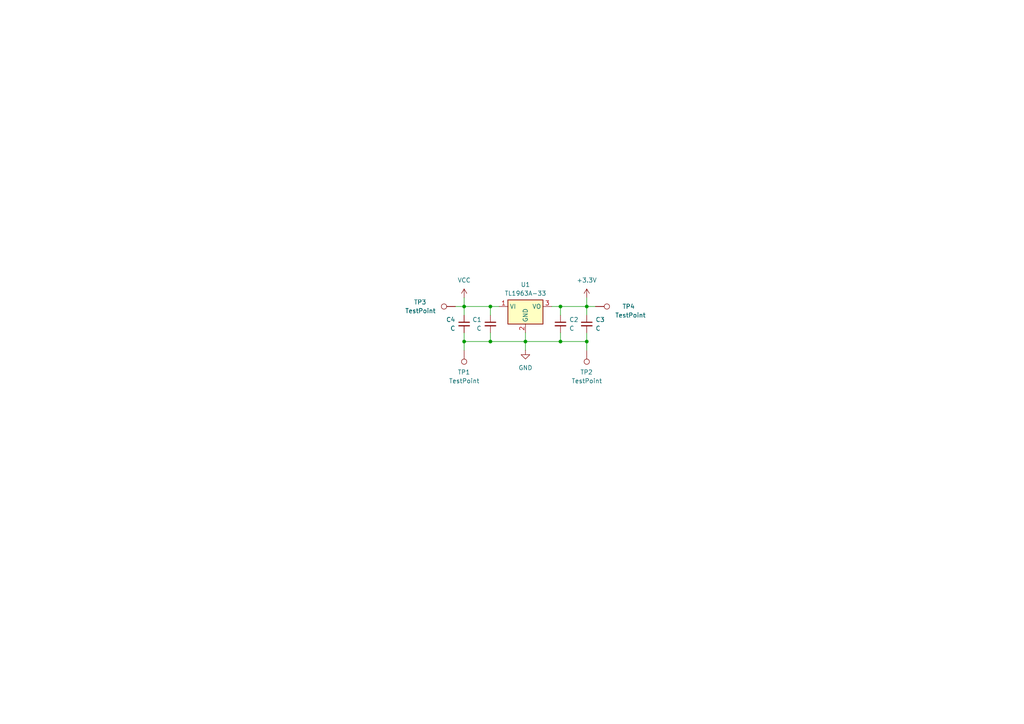
<source format=kicad_sch>
(kicad_sch (version 20231120) (generator "eeschema") (generator_version "8.0")
  (paper "A4")
  (lib_symbols
    (symbol "Connector:TestPoint" (pin_numbers hide) (pin_names (offset 0.762) hide)
      (property "Reference" "TP" (at 0 6.858 0))
      (property "Value" "TestPoint" (at 0 5.08 0))
      (symbol "TestPoint_0_1"
        (circle (center 0 3.302) (radius 0.762))
      )
      (symbol "TestPoint_1_1"
        (pin passive line (at 0 0 90) (length 2.54) (name "1") (number "1"))
      )
    )
    (symbol "Device:C_Small" (pin_numbers hide) (pin_names (offset 0.254) hide)
      (property "Reference" "C" (at 0.254 1.778 0))
      (property "Value" "C_Small" (at 0.254 -2.032 0))
      (symbol "C_Small_0_1"
        (polyline (pts (xy -1.524 -0.508) (xy 1.524 -0.508)) (stroke (width 0.3302)))
        (polyline (pts (xy -1.524 0.508) (xy 1.524 0.508)) (stroke (width 0.3048)))
      )
      (symbol "C_Small_1_1"
        (pin passive line (at 0 2.54 270) (length 2.032) (name "~") (number "1"))
        (pin passive line (at 0 -2.54 90) (length 2.032) (name "~") (number "2"))
      )
    )
    (symbol "Regulator_Linear:LD1117S33TR_SOT223"
      (property "Reference" "U1" (at 0 6.35 0))
      (property "Value" "TL1963A-33" (at 0 3.81 0))
      (symbol "LD1117S33TR_SOT223_0_1"
        (rectangle (start -5.08 1.905) (end 5.08 -5.08) (stroke (width 0.254)) (fill (type background)))
      )
      (symbol "LD1117S33TR_SOT223_1_1"
        (pin power_in line (at -7.62 0 0) (length 2.54) (name "VI") (number "1"))
        (pin power_in line (at 0 -7.62 90) (length 2.54) (name "GND") (number "2"))
        (pin power_out line (at 7.62 0 180) (length 2.54) (name "VO") (number "3"))
      )
    )
    (symbol "power:+3.3V" (power) (pin_numbers hide) (pin_names (offset 0) hide)
      (property "Value" "+3.3V" (at 0 3.556 0))
      (symbol "+3.3V_0_1"
        (polyline (pts (xy -0.762 1.27) (xy 0 2.54)))
        (polyline (pts (xy 0 0) (xy 0 2.54)))
        (polyline (pts (xy 0 2.54) (xy 0.762 1.27)))
      )
      (symbol "+3.3V_1_1"
        (pin power_in line (at 0 0 90) (length 0) (name "~") (number "1"))
      )
    )
    (symbol "power:GND" (power) (pin_numbers hide) (pin_names (offset 0) hide)
      (property "Value" "GND" (at 0 -3.81 0))
      (symbol "GND_0_1"
        (polyline (pts (xy 0 0) (xy 0 -1.27) (xy 1.27 -1.27) (xy 0 -2.54) (xy -1.27 -1.27) (xy 0 -1.27)))
      )
      (symbol "GND_1_1"
        (pin power_in line (at 0 0 270) (length 0) (name "~") (number "1"))
      )
    )
    (symbol "power:VCC" (power) (pin_numbers hide) (pin_names (offset 0) hide)
      (property "Value" "VCC" (at 0 3.556 0))
      (symbol "VCC_0_1"
        (polyline (pts (xy -0.762 1.27) (xy 0 2.54)))
        (polyline (pts (xy 0 0) (xy 0 2.54)))
        (polyline (pts (xy 0 2.54) (xy 0.762 1.27)))
      )
      (symbol "VCC_1_1"
        (pin power_in line (at 0 0 90) (length 0) (name "~") (number "1"))
      )
    )
  )
  (junction (at 142.24 99.06))
  (junction (at 134.62 88.9))
  (junction (at 134.62 99.06))
  (junction (at 162.56 88.9))
  (junction (at 142.24 88.9))
  (junction (at 170.18 99.06))
  (junction (at 152.4 99.06))
  (junction (at 162.56 99.06))
  (junction (at 170.18 88.9))
  (wire (pts (xy 152.4 96.52) (xy 152.4 99.06)))
  (wire (pts (xy 170.18 86.36) (xy 170.18 88.9)))
  (wire (pts (xy 152.4 99.06) (xy 152.4 101.6)))
  (wire (pts (xy 142.24 96.52) (xy 142.24 99.06)))
  (wire (pts (xy 152.4 99.06) (xy 162.56 99.06)))
  (wire (pts (xy 134.62 88.9) (xy 142.24 88.9)))
  (wire (pts (xy 132.08 88.9) (xy 134.62 88.9)))
  (wire (pts (xy 162.56 88.9) (xy 162.56 91.44)))
  (wire (pts (xy 134.62 88.9) (xy 134.62 91.44)))
  (wire (pts (xy 142.24 99.06) (xy 152.4 99.06)))
  (wire (pts (xy 162.56 96.52) (xy 162.56 99.06)))
  (wire (pts (xy 134.62 86.36) (xy 134.62 88.9)))
  (wire (pts (xy 160.02 88.9) (xy 162.56 88.9)))
  (wire (pts (xy 170.18 88.9) (xy 170.18 91.44)))
  (wire (pts (xy 170.18 99.06) (xy 170.18 101.6)))
  (wire (pts (xy 142.24 88.9) (xy 142.24 91.44)))
  (wire (pts (xy 134.62 99.06) (xy 142.24 99.06)))
  (wire (pts (xy 162.56 88.9) (xy 170.18 88.9)))
  (wire (pts (xy 170.18 96.52) (xy 170.18 99.06)))
  (wire (pts (xy 162.56 99.06) (xy 170.18 99.06)))
  (wire (pts (xy 134.62 99.06) (xy 134.62 101.6)))
  (wire (pts (xy 142.24 88.9) (xy 144.78 88.9)))
  (wire (pts (xy 134.62 96.52) (xy 134.62 99.06)))
  (wire (pts (xy 170.18 88.9) (xy 172.72 88.9)))
  (symbol (lib_id "power:+3.3V") (at 170.18 86.36 0) (unit 1)
    (property "Reference" "#PWR03" (effects (hide yes)))
    (property "Value" "+3.3V" (at 170.18 81.28 0))
    (property "Description" "Power symbol creates a global label with name \"+3.3V\"" (effects (hide yes)))
  )
  (symbol (lib_id "power:VCC") (at 134.62 86.36 0) (unit 1)
    (property "Reference" "#PWR02" (effects (hide yes)))
    (property "Value" "VCC" (at 134.62 81.28 0))
    (property "Description" "Power symbol creates a global label with name \"VCC\"" (effects (hide yes)))
  )
  (symbol (lib_id "Connector:TestPoint") (at 134.62 101.6 180) (unit 1)
    (property "Reference" "TP1" (at 132.715 107.95 0) (effects (justify right)))
    (property "Value" "TestPoint" (at 130.175 110.49 0) (effects (justify right)))
    (property "Footprint" "TestPoint:TestPoint_Pad_2.0x2.0mm" (effects (hide yes)))
    (property "Description" "test point" (effects (hide yes)))
  )
  (symbol (lib_id "Connector:TestPoint") (at 172.72 88.9 270) (unit 1)
    (property "Reference" "TP4" (at 184.15 88.9 90) (effects (justify right)))
    (property "Value" "TestPoint" (at 187.325 91.44 90) (effects (justify right)))
    (property "Footprint" "TestPoint:TestPoint_Pad_2.0x2.0mm" (effects (hide yes)))
    (property "Description" "test point" (effects (hide yes)))
  )
  (symbol (lib_id "Regulator_Linear:LD1117S33TR_SOT223") (at 152.4 88.9 0) (unit 1)
    (property "Reference" "U1" (at 152.4 82.55 0))
    (property "Value" "TL1963A-33" (at 152.4 85.09 0))
    (property "Footprint" "Package_TO_SOT_SMD:SOT-223-3_TabPin2" (effects (hide yes)))
    (property "Datasheet" "http://www.st.com/st-web-ui/static/active/en/resource/technical/document/datasheet/CD00000544.pdf" (effects (hide yes)))
    (property "Description" "800mA Fixed Low Drop Positive Voltage Regulator, Fixed Output 3.3V, SOT-223" (effects (hide yes)))
  )
  (symbol (lib_id "Device:C_Small") (at 134.62 93.98 0) (mirror y) (unit 1)
    (property "Reference" "C4" (at 132.08 92.7162 0) (effects (justify left)))
    (property "Value" "C" (at 132.08 95.2562 0) (effects (justify left)))
    (property "Footprint" "Capacitor_SMD:C_1206_3216Metric" (effects (hide yes)))
    (property "Description" "Unpolarized capacitor, small symbol" (effects (hide yes)))
  )
  (symbol (lib_id "Device:C_Small") (at 162.56 93.98 0) (unit 1)
    (property "Reference" "C2" (at 165.1 92.7162 0) (effects (justify left)))
    (property "Value" "C" (at 165.1 95.2562 0) (effects (justify left)))
    (property "Footprint" "Capacitor_SMD:C_1206_3216Metric" (effects (hide yes)))
    (property "Description" "Unpolarized capacitor, small symbol" (effects (hide yes)))
  )
  (symbol (lib_id "Connector:TestPoint") (at 132.08 88.9 90) (unit 1)
    (property "Reference" "TP3" (at 120.015 87.63 90) (effects (justify right)))
    (property "Value" "TestPoint" (at 117.475 90.17 90) (effects (justify right)))
    (property "Footprint" "TestPoint:TestPoint_Pad_2.0x2.0mm" (effects (hide yes)))
    (property "Description" "test point" (effects (hide yes)))
  )
  (symbol (lib_id "Device:C_Small") (at 142.24 93.98 0) (mirror y) (unit 1)
    (property "Reference" "C1" (at 139.7 92.7162 0) (effects (justify left)))
    (property "Value" "C" (at 139.7 95.2562 0) (effects (justify left)))
    (property "Footprint" "Capacitor_SMD:C_1206_3216Metric" (effects (hide yes)))
    (property "Description" "Unpolarized capacitor, small symbol" (effects (hide yes)))
  )
  (symbol (lib_id "Device:C_Small") (at 170.18 93.98 0) (unit 1)
    (property "Reference" "C3" (at 172.72 92.7162 0) (effects (justify left)))
    (property "Value" "C" (at 172.72 95.2562 0) (effects (justify left)))
    (property "Footprint" "Capacitor_SMD:C_1206_3216Metric" (effects (hide yes)))
    (property "Description" "Unpolarized capacitor, small symbol" (effects (hide yes)))
  )
  (symbol (lib_id "Connector:TestPoint") (at 170.18 101.6 180) (unit 1)
    (property "Reference" "TP2" (at 168.275 107.95 0) (effects (justify right)))
    (property "Value" "TestPoint" (at 165.735 110.49 0) (effects (justify right)))
    (property "Footprint" "TestPoint:TestPoint_Pad_2.0x2.0mm" (effects (hide yes)))
    (property "Description" "test point" (effects (hide yes)))
  )
  (symbol (lib_id "power:GND") (at 152.4 101.6 0) (unit 1)
    (property "Reference" "#PWR01" (effects (hide yes)))
    (property "Value" "GND" (at 152.4 106.68 0))
    (property "Description" "Power symbol creates a global label with name \"GND\" , ground" (effects (hide yes)))
  )
)
</source>
